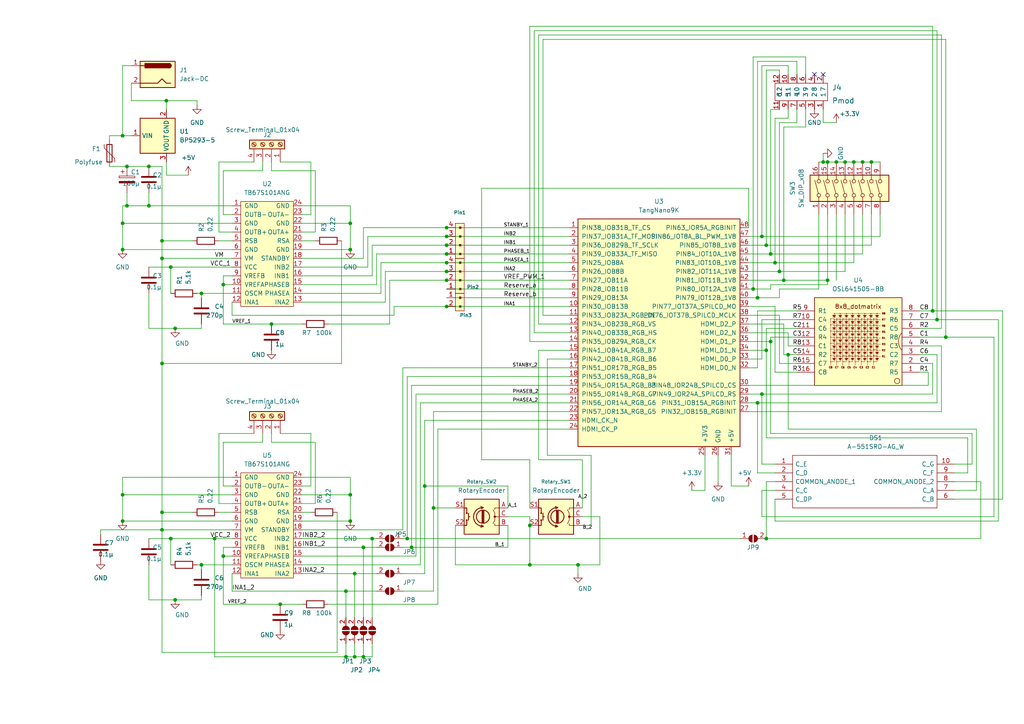
<source format=kicad_sch>
(kicad_sch (version 20211123) (generator eeschema)
  (paper "A4")
  (title_block (title "MoterDriverBoard for Tang Nano 9K"))
  (junction (at 105.41 158.75))
  (junction (at 118.11 156.21))
  (junction (at 35.56 151.13))
  (junction (at 242.57 46.99))
  (junction (at 220.98 68.58))
  (junction (at 129.54 76.2))
  (junction (at 58.42 85.09))
  (junction (at 35.56 72.39))
  (junction (at 101.6 151.13))
  (junction (at 62.23 156.21))
  (junction (at 129.54 68.58))
  (junction (at 252.73 46.99))
  (junction (at 101.6 64.77))
  (junction (at 50.8 173.99))
  (junction (at 226.06 78.74))
  (junction (at 36.83 48.26))
  (junction (at 43.18 59.69))
  (junction (at 222.25 101.6))
  (junction (at 102.87 166.37))
  (junction (at 223.52 99.06))
  (junction (at 46.99 69.85))
  (junction (at 271.78 92.71))
  (junction (at 224.79 76.2))
  (junction (at 43.18 48.26))
  (junction (at 240.03 81.28))
  (junction (at 153.67 163.83))
  (junction (at 220.98 114.3))
  (junction (at 129.54 66.04))
  (junction (at 223.52 73.66))
  (junction (at 58.42 163.83))
  (junction (at 46.99 148.59))
  (junction (at 227.33 81.28))
  (junction (at 222.25 156.21))
  (junction (at 238.76 46.99))
  (junction (at 219.71 86.36))
  (junction (at 123.19 140.97))
  (junction (at 129.54 78.74))
  (junction (at 64.77 161.29))
  (junction (at 35.56 64.77))
  (junction (at 119.38 158.75))
  (junction (at 105.41 190.5))
  (junction (at 102.87 190.5))
  (junction (at 46.99 105.41))
  (junction (at 100.33 190.5))
  (junction (at 129.54 81.28))
  (junction (at 125.73 147.32))
  (junction (at 153.67 152.4))
  (junction (at 240.03 46.99))
  (junction (at 100.33 171.45))
  (junction (at 46.99 74.93))
  (junction (at 101.6 143.51))
  (junction (at 222.25 71.12))
  (junction (at 49.53 156.21))
  (junction (at 81.28 175.26))
  (junction (at 129.54 73.66))
  (junction (at 35.56 39.37))
  (junction (at 107.95 156.21))
  (junction (at 129.54 71.12))
  (junction (at 167.64 163.83))
  (junction (at 101.6 72.39))
  (junction (at 50.8 95.25))
  (junction (at 78.74 93.98))
  (junction (at 245.11 46.99))
  (junction (at 46.99 153.67))
  (junction (at 48.26 29.21))
  (junction (at 36.83 59.69))
  (junction (at 228.6 102.87))
  (junction (at 219.71 116.84))
  (junction (at 274.32 97.79))
  (junction (at 35.56 143.51))
  (junction (at 49.53 77.47))
  (junction (at 129.54 88.9))
  (junction (at 64.77 82.55))
  (junction (at 218.44 83.82))
  (junction (at 250.19 46.99))
  (junction (at 247.65 46.99))
  (junction (at 270.51 90.17))
  (no_connect (at 236.22 21.59))
  (no_connect (at 238.76 21.59))
  (wire (pts (xy 64.77 80.01) (xy 67.31 80.01)))
  (wire (pts (xy 220.98 149.86) (xy 220.98 142.24)))
  (wire (pts (xy 223.52 83.82) (xy 223.52 82.55)))
  (wire (pts (xy 102.87 166.37) (xy 109.22 166.37)))
  (wire (pts (xy 269.24 111.76) (xy 269.24 107.95)))
  (wire (pts (xy 283.21 142.24) (xy 276.86 142.24)))
  (wire (pts (xy 91.44 146.05) (xy 87.63 146.05)))
  (wire (pts (xy 107.95 71.12) (xy 129.54 71.12)))
  (wire (pts (xy 204.47 132.08) (xy 204.47 142.24)))
  (wire (pts (xy 228.6 102.87) (xy 231.14 102.87)))
  (wire (pts (xy 217.17 96.52) (xy 228.6 96.52)))
  (wire (pts (xy 156.21 101.6) (xy 165.1 101.6)))
  (wire (pts (xy 217.17 114.3) (xy 220.98 114.3)))
  (wire (pts (xy 46.99 189.23) (xy 97.79 189.23)))
  (wire (pts (xy 46.99 69.85) (xy 55.88 69.85)))
  (wire (pts (xy 156.21 10.16) (xy 273.05 10.16)))
  (wire (pts (xy 78.74 49.53) (xy 91.44 49.53)))
  (wire (pts (xy 273.05 119.38) (xy 273.05 100.33)))
  (wire (pts (xy 35.56 39.37) (xy 31.75 39.37)))
  (wire (pts (xy 95.25 93.98) (xy 113.03 93.98)))
  (wire (pts (xy 87.63 161.29) (xy 120.65 161.29)))
  (wire (pts (xy 157.48 11.43) (xy 274.32 11.43)))
  (wire (pts (xy 102.87 190.5) (xy 105.41 190.5)))
  (wire (pts (xy 35.56 138.43) (xy 67.31 138.43)))
  (wire (pts (xy 226.06 83.82) (xy 237.49 83.82)))
  (wire (pts (xy 73.66 125.73) (xy 63.5 125.73)))
  (wire (pts (xy 129.54 88.9) (xy 165.1 88.9)))
  (wire (pts (xy 125.73 119.38) (xy 125.73 147.32)))
  (wire (pts (xy 49.53 77.47) (xy 67.31 77.47)))
  (wire (pts (xy 113.03 81.28) (xy 129.54 81.28)))
  (wire (pts (xy 153.67 149.86) (xy 153.67 152.4)))
  (wire (pts (xy 35.56 72.39) (xy 35.56 64.77)))
  (wire (pts (xy 266.7 97.79) (xy 274.32 97.79)))
  (wire (pts (xy 43.18 55.88) (xy 43.18 59.69)))
  (wire (pts (xy 63.5 46.99) (xy 63.5 67.31)))
  (wire (pts (xy 171.45 152.4) (xy 168.91 152.4)))
  (wire (pts (xy 233.68 36.83) (xy 233.68 31.75)))
  (wire (pts (xy 165.1 93.98) (xy 156.21 93.98)))
  (wire (pts (xy 62.23 156.21) (xy 67.31 156.21)))
  (wire (pts (xy 114.3 91.44) (xy 114.3 88.9)))
  (wire (pts (xy 168.91 133.35) (xy 156.21 133.35)))
  (wire (pts (xy 217.17 68.58) (xy 220.98 68.58)))
  (wire (pts (xy 31.75 39.37) (xy 31.75 40.64)))
  (wire (pts (xy 219.71 17.78) (xy 231.14 17.78)))
  (wire (pts (xy 217.17 54.61) (xy 139.7 54.61)))
  (wire (pts (xy 223.52 99.06) (xy 223.52 97.79)))
  (wire (pts (xy 220.98 114.3) (xy 220.98 134.62)))
  (wire (pts (xy 120.65 161.29) (xy 120.65 114.3)))
  (wire (pts (xy 105.41 190.5) (xy 105.41 186.69)))
  (wire (pts (xy 101.6 64.77) (xy 101.6 72.39)))
  (wire (pts (xy 168.91 149.86) (xy 173.99 149.86)))
  (wire (pts (xy 240.03 81.28) (xy 240.03 82.55)))
  (wire (pts (xy 290.83 144.78) (xy 276.86 144.78)))
  (wire (pts (xy 91.44 67.31) (xy 87.63 67.31)))
  (wire (pts (xy 226.06 105.41) (xy 231.14 105.41)))
  (wire (pts (xy 116.84 158.75) (xy 119.38 158.75)))
  (wire (pts (xy 217.17 71.12) (xy 222.25 71.12)))
  (wire (pts (xy 220.98 114.3) (xy 270.51 114.3)))
  (wire (pts (xy 29.21 153.67) (xy 46.99 153.67)))
  (wire (pts (xy 64.77 82.55) (xy 64.77 93.98)))
  (wire (pts (xy 38.1 19.05) (xy 35.56 19.05)))
  (wire (pts (xy 67.31 166.37) (xy 67.31 171.45)))
  (wire (pts (xy 231.14 35.56) (xy 231.14 31.75)))
  (wire (pts (xy 217.17 106.68) (xy 219.71 106.68)))
  (wire (pts (xy 157.48 11.43) (xy 157.48 91.44)))
  (wire (pts (xy 222.25 139.7) (xy 224.79 139.7)))
  (wire (pts (xy 212.09 140.97) (xy 217.17 140.97)))
  (wire (pts (xy 156.21 10.16) (xy 156.21 93.98)))
  (wire (pts (xy 35.56 19.05) (xy 35.56 39.37)))
  (wire (pts (xy 107.95 190.5) (xy 107.95 186.69)))
  (wire (pts (xy 220.98 104.14) (xy 220.98 92.71)))
  (wire (pts (xy 220.98 134.62) (xy 224.79 134.62)))
  (wire (pts (xy 242.57 46.99) (xy 245.11 46.99)))
  (wire (pts (xy 165.1 68.58) (xy 129.54 68.58)))
  (wire (pts (xy 46.99 69.85) (xy 46.99 74.93)))
  (wire (pts (xy 222.25 71.12) (xy 222.25 20.32)))
  (wire (pts (xy 223.52 31.75) (xy 226.06 31.75)))
  (wire (pts (xy 78.74 128.27) (xy 91.44 128.27)))
  (wire (pts (xy 116.84 106.68) (xy 116.84 153.67)))
  (wire (pts (xy 67.31 140.97) (xy 64.77 140.97)))
  (wire (pts (xy 87.63 69.85) (xy 91.44 69.85)))
  (wire (pts (xy 58.42 95.25) (xy 58.42 93.98)))
  (wire (pts (xy 218.44 83.82) (xy 223.52 83.82)))
  (wire (pts (xy 222.25 101.6) (xy 222.25 127)))
  (wire (pts (xy 208.28 132.08) (xy 208.28 139.7)))
  (wire (pts (xy 67.31 62.23) (xy 64.77 62.23)))
  (wire (pts (xy 87.63 80.01) (xy 107.95 80.01)))
  (wire (pts (xy 222.25 95.25) (xy 231.14 95.25)))
  (wire (pts (xy 165.1 116.84) (xy 121.92 116.84)))
  (wire (pts (xy 81.28 175.26) (xy 87.63 175.26)))
  (wire (pts (xy 64.77 62.23) (xy 64.77 49.53)))
  (wire (pts (xy 281.94 125.73) (xy 281.94 134.62)))
  (wire (pts (xy 46.99 74.93) (xy 46.99 105.41)))
  (wire (pts (xy 233.68 16.51) (xy 233.68 21.59)))
  (wire (pts (xy 154.94 8.89) (xy 271.78 8.89)))
  (wire (pts (xy 109.22 82.55) (xy 109.22 73.66)))
  (wire (pts (xy 217.17 91.44) (xy 226.06 91.44)))
  (wire (pts (xy 64.77 175.26) (xy 81.28 175.26)))
  (wire (pts (xy 125.73 147.32) (xy 125.73 171.45)))
  (wire (pts (xy 271.78 102.87) (xy 266.7 102.87)))
  (wire (pts (xy 271.78 92.71) (xy 289.56 92.71)))
  (wire (pts (xy 226.06 78.74) (xy 226.06 35.56)))
  (wire (pts (xy 228.6 124.46) (xy 283.21 124.46)))
  (wire (pts (xy 58.42 163.83) (xy 67.31 163.83)))
  (wire (pts (xy 274.32 97.79) (xy 274.32 11.43)))
  (wire (pts (xy 240.03 46.99) (xy 242.57 46.99)))
  (wire (pts (xy 95.25 175.26) (xy 127 175.26)))
  (wire (pts (xy 217.17 101.6) (xy 222.25 101.6)))
  (wire (pts (xy 43.18 48.26) (xy 46.99 48.26)))
  (wire (pts (xy 223.52 73.66) (xy 250.19 73.66)))
  (wire (pts (xy 247.65 76.2) (xy 247.65 62.23)))
  (wire (pts (xy 219.71 106.68) (xy 219.71 90.17)))
  (wire (pts (xy 46.99 105.41) (xy 99.06 105.41)))
  (wire (pts (xy 226.06 35.56) (xy 231.14 35.56)))
  (wire (pts (xy 227.33 81.28) (xy 240.03 81.28)))
  (wire (pts (xy 105.41 158.75) (xy 109.22 158.75)))
  (wire (pts (xy 109.22 73.66) (xy 129.54 73.66)))
  (wire (pts (xy 271.78 116.84) (xy 271.78 102.87)))
  (wire (pts (xy 46.99 69.85) (xy 46.99 48.26)))
  (wire (pts (xy 78.74 46.99) (xy 78.74 49.53)))
  (wire (pts (xy 36.83 59.69) (xy 35.56 59.69)))
  (wire (pts (xy 153.67 99.06) (xy 165.1 99.06)))
  (wire (pts (xy 38.1 29.21) (xy 48.26 29.21)))
  (wire (pts (xy 129.54 83.82) (xy 165.1 83.82)))
  (wire (pts (xy 127 124.46) (xy 165.1 124.46)))
  (wire (pts (xy 288.29 97.79) (xy 288.29 149.86)))
  (wire (pts (xy 220.98 68.58) (xy 255.27 68.58)))
  (wire (pts (xy 46.99 153.67) (xy 67.31 153.67)))
  (wire (pts (xy 49.53 163.83) (xy 49.53 156.21)))
  (wire (pts (xy 107.95 156.21) (xy 107.95 179.07)))
  (wire (pts (xy 129.54 76.2) (xy 165.1 76.2)))
  (wire (pts (xy 64.77 128.27) (xy 76.2 128.27)))
  (wire (pts (xy 247.65 46.99) (xy 250.19 46.99)))
  (wire (pts (xy 43.18 95.25) (xy 43.18 85.09)))
  (wire (pts (xy 156.21 133.35) (xy 156.21 101.6)))
  (wire (pts (xy 76.2 128.27) (xy 76.2 125.73)))
  (wire (pts (xy 35.56 151.13) (xy 67.31 151.13)))
  (wire (pts (xy 228.6 34.29) (xy 228.6 31.75)))
  (wire (pts (xy 76.2 49.53) (xy 76.2 46.99)))
  (wire (pts (xy 228.6 100.33) (xy 231.14 100.33)))
  (wire (pts (xy 271.78 92.71) (xy 266.7 92.71)))
  (wire (pts (xy 100.33 190.5) (xy 100.33 186.69)))
  (wire (pts (xy 31.75 48.26) (xy 36.83 48.26)))
  (wire (pts (xy 227.33 36.83) (xy 233.68 36.83)))
  (wire (pts (xy 63.5 67.31) (xy 67.31 67.31)))
  (wire (pts (xy 217.17 83.82) (xy 218.44 83.82)))
  (wire (pts (xy 217.17 104.14) (xy 220.98 104.14)))
  (wire (pts (xy 35.56 151.13) (xy 35.56 143.51)))
  (wire (pts (xy 217.17 78.74) (xy 226.06 78.74)))
  (wire (pts (xy 110.49 76.2) (xy 129.54 76.2)))
  (wire (pts (xy 219.71 90.17) (xy 231.14 90.17)))
  (wire (pts (xy 218.44 83.82) (xy 218.44 16.51)))
  (wire (pts (xy 64.77 161.29) (xy 67.31 161.29)))
  (wire (pts (xy 223.52 73.66) (xy 223.52 31.75)))
  (wire (pts (xy 35.56 39.37) (xy 38.1 39.37)))
  (wire (pts (xy 43.18 156.21) (xy 49.53 156.21)))
  (wire (pts (xy 101.6 143.51) (xy 101.6 151.13)))
  (wire (pts (xy 171.45 132.08) (xy 171.45 152.4)))
  (wire (pts (xy 43.18 59.69) (xy 36.83 59.69)))
  (wire (pts (xy 147.32 149.86) (xy 153.67 149.86)))
  (wire (pts (xy 46.99 189.23) (xy 46.99 153.67)))
  (wire (pts (xy 105.41 158.75) (xy 105.41 179.07)))
  (wire (pts (xy 223.52 125.73) (xy 281.94 125.73)))
  (wire (pts (xy 220.98 142.24) (xy 224.79 142.24)))
  (wire (pts (xy 132.08 152.4) (xy 132.08 163.83)))
  (wire (pts (xy 223.52 99.06) (xy 223.52 125.73)))
  (wire (pts (xy 87.63 74.93) (xy 105.41 74.93)))
  (wire (pts (xy 35.56 72.39) (xy 67.31 72.39)))
  (wire (pts (xy 64.77 158.75) (xy 67.31 158.75)))
  (wire (pts (xy 289.56 151.13) (xy 224.79 151.13)))
  (wire (pts (xy 212.09 132.08) (xy 212.09 140.97)))
  (wire (pts (xy 250.19 73.66) (xy 250.19 62.23)))
  (wire (pts (xy 119.38 111.76) (xy 119.38 158.75)))
  (wire (pts (xy 43.18 173.99) (xy 43.18 163.83)))
  (wire (pts (xy 91.44 128.27) (xy 91.44 146.05)))
  (wire (pts (xy 87.63 62.23) (xy 90.17 62.23)))
  (wire (pts (xy 219.71 116.84) (xy 271.78 116.84)))
  (wire (pts (xy 50.8 173.99) (xy 58.42 173.99)))
  (wire (pts (xy 64.77 161.29) (xy 64.77 158.75)))
  (wire (pts (xy 129.54 86.36) (xy 165.1 86.36)))
  (wire (pts (xy 102.87 190.5) (xy 102.87 186.69)))
  (wire (pts (xy 64.77 161.29) (xy 64.77 175.26)))
  (wire (pts (xy 46.99 74.93) (xy 67.31 74.93)))
  (wire (pts (xy 63.5 148.59) (xy 67.31 148.59)))
  (wire (pts (xy 111.76 78.74) (xy 129.54 78.74)))
  (wire (pts (xy 87.63 158.75) (xy 105.41 158.75)))
  (wire (pts (xy 288.29 149.86) (xy 220.98 149.86)))
  (wire (pts (xy 240.03 62.23) (xy 240.03 81.28)))
  (wire (pts (xy 123.19 121.92) (xy 165.1 121.92)))
  (wire (pts (xy 110.49 85.09) (xy 110.49 76.2)))
  (wire (pts (xy 220.98 19.05) (xy 228.6 19.05)))
  (wire (pts (xy 111.76 87.63) (xy 111.76 78.74)))
  (wire (pts (xy 217.17 76.2) (xy 224.79 76.2)))
  (wire (pts (xy 99.06 69.85) (xy 99.06 105.41)))
  (wire (pts (xy 222.25 156.21) (xy 222.25 139.7)))
  (wire (pts (xy 120.65 114.3) (xy 165.1 114.3)))
  (wire (pts (xy 58.42 85.09) (xy 67.31 85.09)))
  (wire (pts (xy 114.3 88.9) (xy 129.54 88.9)))
  (wire (pts (xy 57.15 163.83) (xy 58.42 163.83)))
  (wire (pts (xy 217.17 88.9) (xy 224.79 88.9)))
  (wire (pts (xy 165.1 66.04) (xy 129.54 66.04)))
  (wire (pts (xy 113.03 93.98) (xy 113.03 81.28)))
  (wire (pts (xy 223.52 82.55) (xy 240.03 82.55)))
  (wire (pts (xy 139.7 54.61) (xy 139.7 133.35)))
  (wire (pts (xy 87.63 156.21) (xy 107.95 156.21)))
  (wire (pts (xy 231.14 17.78) (xy 231.14 21.59)))
  (wire (pts (xy 217.17 116.84) (xy 219.71 116.84)))
  (wire (pts (xy 158.75 104.14) (xy 158.75 132.08)))
  (wire (pts (xy 290.83 90.17) (xy 290.83 144.78)))
  (wire (pts (xy 173.99 163.83) (xy 167.64 163.83)))
  (wire (pts (xy 78.74 93.98) (xy 87.63 93.98)))
  (wire (pts (xy 106.68 68.58) (xy 106.68 77.47)))
  (wire (pts (xy 46.99 148.59) (xy 55.88 148.59)))
  (wire (pts (xy 226.06 20.32) (xy 226.06 21.59)))
  (wire (pts (xy 116.84 156.21) (xy 118.11 156.21)))
  (wire (pts (xy 217.17 111.76) (xy 269.24 111.76)))
  (wire (pts (xy 87.63 151.13) (xy 101.6 151.13)))
  (wire (pts (xy 57.15 85.09) (xy 58.42 85.09)))
  (wire (pts (xy 270.51 114.3) (xy 270.51 105.41)))
  (wire (pts (xy 87.63 59.69) (xy 101.6 59.69)))
  (wire (pts (xy 147.32 158.75) (xy 147.32 152.4)))
  (wire (pts (xy 91.44 49.53) (xy 91.44 67.31)))
  (wire (pts (xy 119.38 111.76) (xy 165.1 111.76)))
  (wire (pts (xy 67.31 87.63) (xy 67.31 91.44)))
  (wire (pts (xy 100.33 171.45) (xy 109.22 171.45)))
  (wire (pts (xy 118.11 109.22) (xy 118.11 156.21)))
  (wire (pts (xy 123.19 121.92) (xy 123.19 140.97)))
  (wire (pts (xy 46.99 105.41) (xy 46.99 148.59)))
  (wire (pts (xy 125.73 119.38) (xy 165.1 119.38)))
  (wire (pts (xy 87.63 153.67) (xy 116.84 153.67)))
  (wire (pts (xy 238.76 46.99) (xy 238.76 44.45)))
  (wire (pts (xy 121.92 116.84) (xy 121.92 163.83)))
  (wire (pts (xy 62.23 190.5) (xy 100.33 190.5)))
  (wire (pts (xy 50.8 95.25) (xy 43.18 95.25)))
  (wire (pts (xy 62.23 156.21) (xy 62.23 190.5)))
  (wire (pts (xy 105.41 190.5) (xy 107.95 190.5)))
  (wire (pts (xy 90.17 140.97) (xy 90.17 125.73)))
  (wire (pts (xy 200.66 142.24) (xy 204.47 142.24)))
  (wire (pts (xy 280.67 137.16) (xy 276.86 137.16)))
  (wire (pts (xy 280.67 127) (xy 280.67 137.16)))
  (wire (pts (xy 97.79 148.59) (xy 97.79 189.23)))
  (wire (pts (xy 123.19 140.97) (xy 123.19 166.37)))
  (wire (pts (xy 238.76 31.75) (xy 238.76 35.56)))
  (wire (pts (xy 87.63 140.97) (xy 90.17 140.97)))
  (wire (pts (xy 218.44 16.51) (xy 233.68 16.51)))
  (wire (pts (xy 87.63 77.47) (xy 106.68 77.47)))
  (wire (pts (xy 78.74 125.73) (xy 78.74 128.27)))
  (wire (pts (xy 43.18 77.47) (xy 49.53 77.47)))
  (wire (pts (xy 222.25 156.21) (xy 284.48 156.21)))
  (wire (pts (xy 219.71 116.84) (xy 219.71 137.16)))
  (wire (pts (xy 217.17 119.38) (xy 273.05 119.38)))
  (wire (pts (xy 64.77 140.97) (xy 64.77 128.27)))
  (wire (pts (xy 49.53 85.09) (xy 49.53 77.47)))
  (wire (pts (xy 158.75 132.08) (xy 171.45 132.08)))
  (wire (pts (xy 58.42 86.36) (xy 58.42 85.09)))
  (wire (pts (xy 105.41 66.04) (xy 129.54 66.04)))
  (wire (pts (xy 228.6 19.05) (xy 228.6 21.59)))
  (wire (pts (xy 46.99 148.59) (xy 46.99 153.67)))
  (wire (pts (xy 87.63 87.63) (xy 111.76 87.63)))
  (wire (pts (xy 154.94 96.52) (xy 165.1 96.52)))
  (wire (pts (xy 217.17 93.98) (xy 227.33 93.98)))
  (wire (pts (xy 35.56 64.77) (xy 67.31 64.77)))
  (wire (pts (xy 217.17 81.28) (xy 227.33 81.28)))
  (wire (pts (xy 167.64 163.83) (xy 167.64 166.37)))
  (wire (pts (xy 100.33 171.45) (xy 100.33 179.07)))
  (wire (pts (xy 105.41 66.04) (xy 105.41 74.93)))
  (wire (pts (xy 228.6 102.87) (xy 228.6 124.46)))
  (wire (pts (xy 87.63 82.55) (xy 109.22 82.55)))
  (wire (pts (xy 237.49 62.23) (xy 237.49 83.82)))
  (wire (pts (xy 87.63 64.77) (xy 101.6 64.77)))
  (wire (pts (xy 219.71 86.36) (xy 226.06 86.36)))
  (wire (pts (xy 222.25 127) (xy 280.67 127)))
  (wire (pts (xy 129.54 81.28) (xy 165.1 81.28)))
  (wire (pts (xy 224.79 88.9) (xy 224.79 107.95)))
  (wire (pts (xy 50.8 173.99) (xy 43.18 173.99)))
  (wire (pts (xy 36.83 55.88) (xy 36.83 59.69)))
  (wire (pts (xy 227.33 81.28) (xy 227.33 36.83)))
  (wire (pts (xy 222.25 20.32) (xy 226.06 20.32)))
  (wire (pts (xy 281.94 134.62) (xy 276.86 134.62)))
  (wire (pts (xy 237.49 46.99) (xy 238.76 46.99)))
  (wire (pts (xy 217.17 86.36) (xy 219.71 86.36)))
  (wire (pts (xy 165.1 106.68) (xy 116.84 106.68)))
  (wire (pts (xy 217.17 99.06) (xy 223.52 99.06)))
  (wire (pts (xy 245.11 46.99) (xy 247.65 46.99)))
  (wire (pts (xy 48.26 46.99) (xy 48.26 50.8)))
  (wire (pts (xy 252.73 46.99) (xy 255.27 46.99)))
  (wire (pts (xy 106.68 68.58) (xy 129.54 68.58)))
  (wire (pts (xy 73.66 46.99) (xy 63.5 46.99)))
  (wire (pts (xy 123.19 140.97) (xy 147.32 140.97)))
  (wire (pts (xy 87.63 163.83) (xy 121.92 163.83)))
  (wire (pts (xy 240.03 46.99) (xy 238.76 46.99)))
  (wire (pts (xy 38.1 24.13) (xy 38.1 29.21)))
  (wire (pts (xy 270.51 7.62) (xy 270.51 90.17)))
  (wire (pts (xy 118.11 156.21) (xy 214.63 156.21)))
  (wire (pts (xy 173.99 149.86) (xy 173.99 163.83)))
  (wire (pts (xy 266.7 95.25) (xy 273.05 95.25)))
  (wire (pts (xy 222.25 101.6) (xy 222.25 95.25)))
  (wire (pts (xy 35.56 143.51) (xy 67.31 143.51)))
  (wire (pts (xy 220.98 68.58) (xy 220.98 19.05)))
  (wire (pts (xy 57.15 29.21) (xy 57.15 30.48)))
  (wire (pts (xy 224.79 76.2) (xy 224.79 34.29)))
  (wire (pts (xy 153.67 152.4) (xy 153.67 163.83)))
  (wire (pts (xy 228.6 96.52) (xy 228.6 100.33)))
  (wire (pts (xy 270.51 105.41) (xy 266.7 105.41)))
  (wire (pts (xy 127 175.26) (xy 127 124.46)))
  (wire (pts (xy 217.17 66.04) (xy 217.17 54.61)))
  (wire (pts (xy 64.77 93.98) (xy 78.74 93.98)))
  (wire (pts (xy 87.63 166.37) (xy 102.87 166.37)))
  (wire (pts (xy 224.79 34.29) (xy 228.6 34.29)))
  (wire (pts (xy 67.31 91.44) (xy 114.3 91.44)))
  (wire (pts (xy 29.21 154.94) (xy 29.21 153.67)))
  (wire (pts (xy 35.56 138.43) (xy 35.56 143.51)))
  (wire (pts (xy 271.78 8.89) (xy 271.78 92.71)))
  (wire (pts (xy 238.76 35.56) (xy 242.57 35.56)))
  (wire (pts (xy 58.42 173.99) (xy 58.42 172.72)))
  (wire (pts (xy 116.84 171.45) (xy 125.73 171.45)))
  (wire (pts (xy 87.63 72.39) (xy 101.6 72.39)))
  (wire (pts (xy 270.51 90.17) (xy 290.83 90.17)))
  (wire (pts (xy 81.28 125.73) (xy 90.17 125.73)))
  (wire (pts (xy 153.67 7.62) (xy 270.51 7.62)))
  (wire (pts (xy 226.06 91.44) (xy 226.06 105.41)))
  (wire (pts (xy 227.33 93.98) (xy 227.33 102.87)))
  (wire (pts (xy 107.95 80.01) (xy 107.95 71.12)))
  (wire (pts (xy 266.7 100.33) (xy 273.05 100.33)))
  (wire (pts (xy 224.79 76.2) (xy 247.65 76.2)))
  (wire (pts (xy 255.27 68.58) (xy 255.27 62.23)))
  (wire (pts (xy 222.25 71.12) (xy 252.73 71.12)))
  (wire (pts (xy 153.67 99.06) (xy 153.67 7.62)))
  (wire (pts (xy 50.8 95.25) (xy 58.42 95.25)))
  (wire (pts (xy 118.11 109.22) (xy 165.1 109.22)))
  (wire (pts (xy 224.79 107.95) (xy 231.14 107.95)))
  (wire (pts (xy 284.48 156.21) (xy 284.48 139.7)))
  (wire (pts (xy 81.28 46.99) (xy 90.17 46.99)))
  (wire (pts (xy 153.67 133.35) (xy 153.67 147.32)))
  (wire (pts (xy 165.1 91.44) (xy 157.48 91.44)))
  (wire (pts (xy 101.6 138.43) (xy 101.6 143.51)))
  (wire (pts (xy 273.05 95.25) (xy 273.05 10.16)))
  (wire (pts (xy 116.84 166.37) (xy 123.19 166.37)))
  (wire (pts (xy 219.71 137.16) (xy 224.79 137.16)))
  (wire (pts (xy 125.73 147.32) (xy 132.08 147.32)))
  (wire (pts (xy 36.83 48.26) (xy 43.18 48.26)))
  (wire (pts (xy 54.61 50.8) (xy 48.26 50.8)))
  (wire (pts (xy 147.32 140.97) (xy 147.32 147.32)))
  (wire (pts (xy 64.77 82.55) (xy 67.31 82.55)))
  (wire (pts (xy 48.26 29.21) (xy 57.15 29.21)))
  (wire (pts (xy 226.06 86.36) (xy 226.06 83.82)))
  (wire (pts (xy 64.77 82.55) (xy 64.77 80.01)))
  (wire (pts (xy 132.08 163.83) (xy 153.67 163.83)))
  (wire (pts (xy 48.26 31.75) (xy 48.26 29.21)))
  (wire (pts (xy 101.6 59.69) (xy 101.6 64.77)))
  (wire (pts (xy 269.24 107.95) (xy 266.7 107.95)))
  (wire (pts (xy 35.56 59.69) (xy 35.56 64.77)))
  (wire (pts (xy 67.31 171.45) (xy 100.33 171.45)))
  (wire (pts (xy 270.51 90.17) (xy 266.7 90.17)))
  (wire (pts (xy 87.63 138.43) (xy 101.6 138.43)))
  (wire (pts (xy 49.53 156.21) (xy 62.23 156.21)))
  (wire (pts (xy 63.5 146.05) (xy 67.31 146.05)))
  (wire (pts (xy 165.1 104.14) (xy 158.75 104.14)))
  (wire (pts (xy 245.11 78.74) (xy 245.11 62.23)))
  (wire (pts (xy 63.5 125.73) (xy 63.5 146.05)))
  (wire (pts (xy 223.52 97.79) (xy 231.14 97.79)))
  (wire (pts (xy 165.1 73.66) (xy 129.54 73.66)))
  (wire (pts (xy 63.5 69.85) (xy 67.31 69.85)))
  (wire (pts (xy 139.7 133.35) (xy 153.67 133.35)))
  (wire (pts (xy 226.06 78.74) (xy 245.11 78.74)))
  (wire (pts (xy 87.63 143.51) (xy 101.6 143.51)))
  (wire (pts (xy 90.17 62.23) (xy 90.17 46.99)))
  (wire (pts (xy 102.87 166.37) (xy 102.87 179.07)))
  (wire (pts (xy 274.32 97.79) (xy 288.29 97.79)))
  (wire (pts (xy 129.54 71.12) (xy 165.1 71.12)))
  (wire (pts (xy 154.94 96.52) (xy 154.94 8.89)))
  (wire (pts (xy 153.67 163.83) (xy 167.64 163.83)))
  (wire (pts (xy 100.33 190.5) (xy 102.87 190.5)))
  (wire (pts (xy 67.31 59.69) (xy 43.18 59.69)))
  (wire (pts (xy 168.91 133.35) (xy 168.91 147.32)))
  (wire (pts (xy 250.19 46.99) (xy 252.73 46.99)))
  (wire (pts (xy 289.56 92.71) (xy 289.56 151.13)))
  (wire (pts (xy 87.63 148.59) (xy 90.17 148.59)))
  (wire (pts (xy 87.63 85.09) (xy 110.49 85.09)))
  (wire (pts (xy 58.42 165.1) (xy 58.42 163.83)))
  (wire (pts (xy 252.73 71.12) (xy 252.73 62.23)))
  (wire (pts (xy 64.77 49.53) (xy 76.2 49.53)))
  (wire (pts (xy 119.38 158.75) (xy 147.32 158.75)))
  (wire (pts (xy 217.17 73.66) (xy 223.52 73.66)))
  (wire (pts (xy 219.71 86.36) (xy 219.71 17.78)))
  (wire (pts (xy 224.79 151.13) (xy 224.79 144.78)))
  (wire (pts (xy 129.54 78.74) (xy 165.1 78.74)))
  (wire (pts (xy 283.21 124.46) (xy 283.21 142.24)))
  (wire (pts (xy 227.33 102.87) (xy 228.6 102.87)))
  (wire (pts (xy 284.48 139.7) (xy 276.86 139.7)))
  (wire (pts (xy 107.95 156.21) (xy 109.22 156.21)))
  (wire (pts (xy 242.57 62.23) (xy 242.57 81.28)))
  (wire (pts (xy 220.98 92.71) (xy 231.14 92.71)))
  (label "VREF_2" (at 66.04 175.26 0) (effects (font (size 1 1))))
  (label "STANBY_1" (at 146.05 66.04 0) (effects (font (size 1 1))))
  (label "INA1" (at 146.05 88.9 0) (effects (font (size 1 1))))
  (label "R4" (at 266.7 100.33 0))
  (label "INB1_2" (at 87.63 158.75 0))
  (label "Reserve_b" (at 146.05 86.36 0))
  (label "INA1_2" (at 67.31 171.45 0))
  (label "A_2" (at 167.64 144.78 0) (effects (font (size 1 1))))
  (label "C6" (at 266.7 102.87 0))
  (label "C3" (at 229.87 97.79 0))
  (label "PHASEB_2" (at 148.59 114.3 0) (effects (font (size 1 1))))
  (label "C5" (at 229.87 102.87 0))
  (label "R1" (at 266.7 107.95 0))
  (label "R2" (at 266.7 95.25 0))
  (label "INA2_2" (at 87.63 166.37 0))
  (label "PHASEA_2" (at 148.59 116.84 0) (effects (font (size 1 1))))
  (label "C8" (at 266.7 90.17 0))
  (label "R8" (at 229.87 100.33 0))
  (label "B_1" (at 143.51 158.75 0) (effects (font (size 1 1))))
  (label "VM" (at 62.23 74.93 0))
  (label "VREF_PWM_1" (at 146.05 81.28 0))
  (label "VCC_2" (at 60.96 156.21 0))
  (label "PHASEA_1" (at 146.05 76.2 0) (effects (font (size 1 1))))
  (label "STANBY_2" (at 148.59 106.68 0) (effects (font (size 1 1))))
  (label "INB1" (at 146.05 71.12 0) (effects (font (size 1 1))))
  (label "INB2_2" (at 87.63 156.21 0))
  (label "C2" (at 229.87 95.25 0))
  (label "R3" (at 229.87 107.95 0))
  (label "R7" (at 229.87 92.71 0))
  (label "VCC_1" (at 60.96 77.47 0))
  (label "C4" (at 266.7 105.41 0))
  (label "Reserve_a" (at 146.05 83.82 0))
  (label "C1" (at 266.7 97.79 0))
  (label "R6" (at 229.87 105.41 0))
  (label "PHASEB_1" (at 146.05 73.66 0) (effects (font (size 1 1))))
  (label "B_2" (at 168.91 153.67 0) (effects (font (size 1 1))))
  (label "VREF_1" (at 67.31 93.98 0) (effects (font (size 1 1))))
  (label "INA2" (at 146.05 78.74 0) (effects (font (size 1 1))))
  (label "INB2" (at 146.05 68.58 0) (effects (font (size 1 1))))
  (label "C7" (at 266.7 92.71 0))
  (label "A_1" (at 147.32 147.32 0) (effects (font (size 1 1))))
  (label "R5" (at 229.87 90.17 0))
  (symbol (lib_id "Device:R") (at 53.34 85.09 90) (unit 1)
    (property "Reference" "R1" (at 52.0699 82.55 0) (effects (justify left)))
    (property "Value" "5.1k" (at 54.6099 82.55 0) (effects (justify left)))
    (property "Footprint" "Resistor_THT:R_Axial_DIN0207_L6.3mm_D2.5mm_P7.62mm_Horizontal" (effects hide))
  )
  (symbol (lib_id "power:+3.3V") (at 242.57 35.56 0) (unit 1)
    (property "Reference" "#PWR0109" (effects hide))
    (property "Value" "+3.3V" (at 246.38 33.02 0))
  )
  (symbol (lib_id "Device:C") (at 43.18 81.28 0) (unit 1)
    (property "Reference" "C3" (at 46.99 80.0099 0) (effects (justify right)))
    (property "Value" "0.1μ" (at 46.99 82.5499 0) (effects (justify right top)))
    (property "Footprint" "Capacitor_THT:C_Disc_D5.0mm_W2.5mm_P2.50mm" (effects hide))
  )
  (symbol (lib_id "power:BP5293-5") (at 48.26 39.37 0) (unit 1)
    (property "Reference" "U1" (at 52.07 38.0999 0) (effects (justify left)))
    (property "Value" "BP5293-5" (at 52.07 40.6399 0) (effects (justify left)))
    (property "Footprint" "Connector_PinHeader_2.54mm:PinHeader_1x03_P2.54mm_Vertical" (effects hide))
  )
  (symbol (lib_id "Switch:SW_DIP_x08") (at 247.65 54.61 90) (unit 1)
    (property "Reference" "SW3" (at 229.87 54.61 0))
    (property "Value" "SW_DIP_x08" (at 232.41 54.61 0))
    (property "Footprint" "Button_Switch_THT:SW_DIP_SPSTx08_Slide_9.78x22.5mm_W7.62mm_P2.54mm" (effects hide))
  )
  (symbol (lib_id "Jumper:SolderJumper_2_Open") (at 113.03 166.37 180) (unit 1)
    (property "Reference" "JP7" (at 116.84 168.91 0) (effects (justify right)))
    (property "Value" "SolderJumper_2_Open" (effects hide))
    (property "Footprint" "Jumper:SolderJumper-2_P1.3mm_Open_TrianglePad1.0x1.5mm" (effects hide))
  )
  (symbol (lib_id "Device:R") (at 59.69 148.59 90) (unit 1)
    (property "Reference" "R5" (at 58.4199 146.05 0) (effects (justify left)))
    (property "Value" "0.22" (at 60.9599 146.05 0) (effects (justify left)))
    (property "Footprint" "Resistor_THT:R_Axial_DIN0516_L15.5mm_D5.0mm_P20.32mm_Horizontal" (effects hide))
  )
  (symbol (lib_id "Jumper:SolderJumper_2_Open") (at 113.03 158.75 180) (unit 1)
    (property "Reference" "JP6" (at 116.84 160.02 0) (effects (justify right)))
    (property "Value" "SolderJumper_2_Open" (effects hide))
    (property "Footprint" "Jumper:SolderJumper-2_P1.3mm_Open_TrianglePad1.0x1.5mm" (effects hide))
  )
  (symbol (lib_id "power:+5V") (at 217.17 140.97 0) (unit 1)
    (property "Reference" "#PWR05" (effects hide))
    (property "Value" "+5V" (at 215.9 137.16 0))
  )
  (symbol (lib_id "power:GND") (at 35.56 151.13 0) (unit 1)
    (property "Reference" "#PWR01" (effects hide))
    (property "Value" "GND" (at 35.56 156.21 0))
  )
  (symbol (lib_id "455-1706-nd:455-1706-ND") (at 132.08 83.82 90) (unit 1)
    (property "Reference" "Pin2" (at 137.16 83.82 90) (effects (font (size 1 1)) (justify top)))
    (property "Value" "Reserve" (effects hide))
    (property "Footprint" "Connector_PinHeader_2.54mm:PinHeader_1x04_P2.54mm_Vertical" (effects hide))
  )
  (symbol (lib_id "Device:C") (at 78.74 97.79 0) (unit 1)
    (property "Reference" "C8" (at 82.55 96.5199 0) (effects (justify right)))
    (property "Value" "1μ" (at 82.55 99.0599 0) (effects (justify right top)))
    (property "Footprint" "Capacitor_THT:C_Disc_D5.0mm_W2.5mm_P2.50mm" (effects hide))
  )
  (symbol (lib_id "dk_Rectangular-Connectors-Headers-Male-Pins:pmod") (at 233.68 26.67 270) (unit 1)
    (property "Reference" "J4" (at 241.3 25.4 90) (effects (font (size 1.524 1.524)) (justify left)))
    (property "Value" "Pmod" (at 241.3 29.21 90) (effects (font (size 1.524 1.524)) (justify left)))
    (property "Footprint" "Connector_PinSocket_2.54mm:PinSocket_2x06_P2.54mm_Horizontal" (effects hide))
    (property "Datasheet" "https://cdn.amphenol-icc.com/media/wysiwyg/files/drawing/67996.pdf" (effects hide))
    (property "Digi-Key_PN" "609-3219-ND" (effects hide))
    (property "MPN" "67996-412HLF" (effects hide))
    (property "Category" "Connectors, Interconnects" (effects hide))
    (property "Family" "Rectangular Connectors - Headers, Male Pins" (effects hide))
    (property "DK_Datasheet_Link" "https://cdn.amphenol-icc.com/media/wysiwyg/files/drawing/67996.pdf" (effects hide))
    (property "DK_Detail_Page" "/product-detail/en/amphenol-icc-fci/67996-412HLF/609-3219-ND/1878508" (effects hide))
    (property "Description" "CONN HEADER VERT 12POS 2.54MM" (effects hide))
    (property "Manufacturer" "Amphenol ICC (FCI)" (effects hide))
    (property "Status" "Active" (effects hide))
  )
  (symbol (lib_id "Device:C_Polarized") (at 36.83 52.07 0) (unit 1)
    (property "Reference" "C1" (at 40.64 49.9109 0) (effects (justify right)))
    (property "Value" "100μ" (at 40.64 52.4509 0) (effects (justify right top)))
    (property "Footprint" "Capacitor_THT:CP_Radial_D8.0mm_P2.50mm" (effects hide))
  )
  (symbol (lib_id "455-1639-nd:455-1639-ND") (at 132.08 86.36 90) (mirror x) (unit 1)
    (property "Reference" "Pin3" (at 133.35 91.44 90) (effects (font (size 1 1)) (justify right)))
    (property "Value" "Reserve" (effects hide))
    (property "Footprint" "Connector_PinHeader_2.54mm:PinHeader_1x02_P2.54mm_Vertical" (effects hide))
  )
  (symbol (lib_id "Device:RotaryEncoder_Switch") (at 161.29 149.86 0) (mirror y) (unit 1)
    (property "Reference" "Rotary_SW1" (at 161.29 139.7 0) (effects (font (size 1 1))))
    (property "Value" "RotaryEncoder" (at 161.29 142.24 0))
    (property "Footprint" "Rotary_Encoder:RotaryEncoder_Alps_EC11E-Switch_Vertical_H20mm" (effects hide))
  )
  (symbol (lib_id "Jumper:SolderJumper_2_Open") (at 113.03 171.45 180) (unit 1)
    (property "Reference" "JP8" (at 116.84 173.99 0) (effects (justify right)))
    (property "Value" "SolderJumper_2_Open" (effects hide))
    (property "Footprint" "Jumper:SolderJumper-2_P1.3mm_Open_TrianglePad1.0x1.5mm" (effects hide))
  )
  (symbol (lib_id "455-1706-nd:455-1706-ND") (at 132.08 73.66 90) (unit 1)
    (property "Reference" "Pin1" (at 133.35 62.23 90) (effects (font (size 1 1)) (justify top)))
    (property "Value" "Reserve" (effects hide))
    (property "Footprint" "Connector_PinHeader_2.54mm:PinHeader_1x04_P2.54mm_Vertical" (effects hide))
  )
  (symbol (lib_id "power:GND") (at 101.6 151.13 0) (unit 1)
    (property "Reference" "#PWR03" (effects hide))
    (property "Value" "GND" (at 101.6 156.21 0))
  )
  (symbol (lib_id "power:GND") (at 238.76 44.45 90) (unit 1)
    (property "Reference" "#PWR04" (effects hide))
    (property "Value" "GND" (at 243.84 44.45 0))
  )
  (symbol (lib_id "power:+3.3V") (at 200.66 142.24 0) (unit 1)
    (property "Reference" "#PWR0110" (effects hide))
    (property "Value" "+3.3V" (at 200.66 137.16 0))
  )
  (symbol (lib_id "Device:Polyfuse") (at 31.75 44.45 0) (unit 1)
    (property "Reference" "F1" (at 26.67 43.18 0) (effects (justify left)))
    (property "Value" "Polyfuse" (at 21.59 46.99 0) (effects (justify left)))
    (property "Footprint" "Fuse:Fuse_Bourns_MF-RHT300" (effects hide))
  )
  (symbol (lib_id "Driver_Motor:TB67S101ANG") (at 77.47 73.66 0) (unit 1)
    (property "Reference" "U2" (at 77.47 53.34 0))
    (property "Value" "TB67S101ANG" (at 77.47 55.88 0))
    (property "Footprint" "Motors:TB67S101ANG" (effects hide))
    (property "Datasheet" "https://toshiba.semicon-storage.com/info/TB67S101AFTG_datasheet_ja_20130902.pdf?did=14355&prodName=TB67S101AFTG" (effects hide))
    (property "Category" "Motor Driver IC" (effects hide))
    (property "Manufacturer" "TOSHIBA" (effects hide))
    (property "Status" "Active" (effects hide))
  )
  (symbol (lib_id "Jumper:SolderJumper_2_Open") (at 113.03 156.21 180) (unit 1)
    (property "Reference" "JP5" (at 114.3 154.94 0) (effects (justify right)))
    (property "Value" "SolderJumper_2_Open" (effects hide))
    (property "Footprint" "Jumper:SolderJumper-2_P1.3mm_Open_TrianglePad1.0x1.5mm" (effects hide))
  )
  (symbol (lib_id "Device:R") (at 91.44 175.26 90) (unit 1)
    (property "Reference" "R8" (at 88.9 177.8 90))
    (property "Value" "100k" (at 93.98 177.8 90))
    (property "Footprint" "Resistor_THT:R_Axial_DIN0207_L6.3mm_D2.5mm_P7.62mm_Horizontal" (effects hide))
  )
  (symbol (lib_id "Device:C") (at 58.42 90.17 0) (unit 1)
    (property "Reference" "C4" (at 62.23 88.8999 0) (effects (justify left)))
    (property "Value" "270p" (at 62.23 91.4399 0))
    (property "Footprint" "Capacitor_THT:C_Disc_D3.8mm_W2.6mm_P2.50mm" (effects hide))
  )
  (symbol (lib_id "LED_1088as:OSL641505-BB") (at 248.92 99.06 180) (unit 1)
    (property "Reference" "U4" (at 248.92 81.28 0))
    (property "Value" "OSL641505-BB" (at 248.92 83.82 0))
    (property "Footprint" "LED_THT:OSL641501-ARA" (effects hide))
    (property "Maker" "OptoSupply" (effects hide))
  )
  (symbol (lib_id "Device:R") (at 93.98 148.59 90) (unit 1)
    (property "Reference" "R6" (at 92.7099 146.05 0) (effects (justify left)))
    (property "Value" "0.22" (at 95.2499 146.05 0) (effects (justify left)))
    (property "Footprint" "Resistor_THT:R_Axial_DIN0516_L15.5mm_D5.0mm_P20.32mm_Horizontal" (effects hide))
  )
  (symbol (lib_id "samacsys:A-551SRD-AG_W") (at 224.79 134.62 0) (unit 1)
    (property "Reference" "DS1" (at 254 127 0))
    (property "Value" "A-551SRD-AG_W" (at 254 129.54 0))
    (property "Footprint" "samactech:DIPS1524W51P254L1270H825Q10N" (effects hide))
    (property "Datasheet" "https://4donline.ihs.com/images/VipMasterIC/IC/PALE/PALES00663/PALES00663-1.pdf?hkey=EF798316E3902B6ED9A73243A3159BB0" (effects hide))
    (property "Description" "0.56 inch single digit display" (effects hide))
    (property "Height" "8.25" (effects hide))
    (property "Manufacturer_Name" "Paralight" (effects hide))
    (property "Manufacturer_Part_Number" "A-551SRD-AG/W" (effects hide))
  )
  (symbol (lib_id "power:GND") (at 78.74 101.6 0) (unit 1)
    (property "Reference" "#PWR0112" (effects hide))
    (property "Value" "GND" (at 74.93 102.87 0))
  )
  (symbol (lib_id "Jumper:SolderJumper_2_Open") (at 100.33 182.88 90) (unit 1)
    (property "Reference" "JP1" (at 99.06 191.77 90) (effects (justify right)))
    (property "Value" "SolderJumper_2_Open" (effects hide))
    (property "Footprint" "Jumper:SolderJumper-2_P1.3mm_Open_TrianglePad1.0x1.5mm" (effects hide))
  )
  (symbol (lib_id "power:GND") (at 29.21 162.56 0) (unit 1)
    (property "Reference" "#PWR0111" (effects hide))
    (property "Value" "GND" (at 29.21 167.64 0))
  )
  (symbol (lib_id "power:GND") (at 167.64 166.37 0) (unit 1)
    (property "Reference" "#PWR0108" (effects hide))
    (property "Value" "GND" (at 167.64 171.45 0) (effects (justify left bottom)))
  )
  (symbol (lib_id "Device:C") (at 81.28 179.07 0) (unit 1)
    (property "Reference" "C9" (at 85.09 177.7999 0) (effects (justify right)))
    (property "Value" "1μ" (at 85.09 180.3399 0) (effects (justify right top)))
    (property "Footprint" "Capacitor_THT:C_Disc_D5.0mm_W2.5mm_P2.50mm" (effects hide))
  )
  (symbol (lib_id "Connector:Screw_Terminal_01x04") (at 78.74 41.91 270) (mirror x) (unit 1)
    (property "Reference" "J2" (at 78.7401 38.37 90) (effects (justify right bottom)))
    (property "Value" "Screw_Terminal_01x04" (at 76.2001 38.37 90) (effects (justify top)))
    (property "Footprint" "TerminalBlock:TerminalBlock_bornier-4_P5.08mm" (effects hide))
  )
  (symbol (lib_id "Device:C") (at 43.18 160.02 0) (unit 1)
    (property "Reference" "C5" (at 46.99 158.7499 0) (effects (justify right)))
    (property "Value" "0.1μ" (at 46.99 161.2899 0) (effects (justify right top)))
    (property "Footprint" "Capacitor_THT:C_Disc_D5.0mm_W2.5mm_P2.50mm" (effects hide))
  )
  (symbol (lib_id "power:GND") (at 57.15 30.48 0) (unit 1)
    (property "Reference" "#PWR0102" (effects hide))
    (property "Value" "GND" (at 57.15 35.56 0))
  )
  (symbol (lib_id "power:GND") (at 208.28 139.7 0) (unit 1)
    (property "Reference" "#PWR0107" (effects hide))
    (property "Value" "GND" (at 208.28 144.78 0))
  )
  (symbol (lib_id "power:GND") (at 236.22 31.75 0) (unit 1)
    (property "Reference" "#PWR0106" (effects hide))
    (property "Value" "GND" (at 236.22 35.56 0))
  )
  (symbol (lib_id "power:GND") (at 35.56 72.39 0) (unit 1)
    (property "Reference" "#PWR0104" (effects hide))
    (property "Value" "GND" (at 35.56 77.47 0))
  )
  (symbol (lib_id "Device:C") (at 29.21 158.75 0) (unit 1)
    (property "Reference" "C7" (at 33.02 157.4799 0) (effects (justify right)))
    (property "Value" "0.1μ" (at 33.02 160.0199 0) (effects (justify right top)))
    (property "Footprint" "Capacitor_THT:C_Disc_D5.0mm_W2.5mm_P2.50mm" (effects hide))
  )
  (symbol (lib_id "Jumper:SolderJumper_2_Open") (at 102.87 182.88 90) (unit 1)
    (property "Reference" "JP2" (at 101.6 194.31 90) (effects (justify right)))
    (property "Value" "SolderJumper_2_Open" (effects hide))
    (property "Footprint" "Jumper:SolderJumper-2_P1.3mm_Open_TrianglePad1.0x1.5mm" (effects hide))
  )
  (symbol (lib_id "Device:R") (at 53.34 163.83 90) (unit 1)
    (property "Reference" "R4" (at 52.0699 161.29 0) (effects (justify left)))
    (property "Value" "5.1k" (at 54.6099 161.29 0) (effects (justify left)))
    (property "Footprint" "Resistor_THT:R_Axial_DIN0207_L6.3mm_D2.5mm_P7.62mm_Horizontal" (effects hide))
  )
  (symbol (lib_id "power:GND") (at 50.8 173.99 0) (unit 1)
    (property "Reference" "#PWR02" (effects hide))
    (property "Value" "GND" (at 50.8 179.07 0) (effects (justify left bottom)))
  )
  (symbol (lib_id "MCU_Module:TangNano9K") (at 199.39 96.52 0) (unit 1)
    (property "Reference" "U3" (at 191.135 58.42 0))
    (property "Value" "TangNano9K" (at 191.135 60.96 0))
    (property "Footprint" "Package_DIP:Tang_Nano_9K" (effects hide))
    (property "Maker" "Sipeed" (effects hide))
  )
  (symbol (lib_id "Driver_Motor:TB67S101ANG") (at 77.47 152.4 0) (unit 1)
    (property "Reference" "U5" (at 77.47 132.08 0))
    (property "Value" "TB67S101ANG" (at 77.47 134.62 0))
    (property "Footprint" "Motors:TB67S101ANG" (effects hide))
    (property "Datasheet" "https://toshiba.semicon-storage.com/info/TB67S101AFTG_datasheet_ja_20130902.pdf?did=14355&prodName=TB67S101AFTG" (effects hide))
    (property "Category" "Motor Driver IC" (effects hide))
    (property "Manufacturer" "TOSHIBA" (effects hide))
    (property "Status" "Active" (effects hide))
  )
  (symbol (lib_id "power:GND") (at 101.6 72.39 0) (unit 1)
    (property "Reference" "#PWR0103" (effects hide))
    (property "Value" "GND" (at 101.6 77.47 0))
  )
  (symbol (lib_id "Jumper:SolderJumper_2_Open") (at 107.95 182.88 90) (unit 1)
    (property "Reference" "JP4" (at 106.68 194.31 90) (effects (justify right)))
    (property "Value" "SolderJumper_2_Open" (effects hide))
    (property "Footprint" "Jumper:SolderJumper-2_P1.3mm_Open_TrianglePad1.0x1.5mm" (effects hide))
  )
  (symbol (lib_id "Jumper:SolderJumper_2_Open") (at 218.44 156.21 0) (unit 1)
    (property "Reference" "JP9" (at 218.44 158.75 0))
    (property "Value" "SolderJumper_2_Open" (effects hide))
    (property "Footprint" "Jumper:SolderJumper-2_P1.3mm_Open_TrianglePad1.0x1.5mm" (effects hide))
  )
  (symbol (lib_id "Connector:Jack-DC") (at 45.72 21.59 0) (mirror y) (unit 1)
    (property "Reference" "J1" (at 52.07 20.3199 0) (effects (justify right)))
    (property "Value" "Jack-DC" (at 52.07 22.8599 0) (effects (justify right)))
    (property "Footprint" "Connector_BarrelJack:BarrelJack_Horizontal" (effects hide))
  )
  (symbol (lib_id "power:+5V") (at 54.61 50.8 0) (unit 1)
    (property "Reference" "#PWR0101" (effects hide))
    (property "Value" "+5V" (at 54.61 45.72 0))
  )
  (symbol (lib_id "Connector:Screw_Terminal_01x04") (at 78.74 120.65 270) (mirror x) (unit 1)
    (property "Reference" "J3" (at 78.7401 117.11 90) (effects (justify right bottom)))
    (property "Value" "Screw_Terminal_01x04" (at 76.2001 117.11 90) (effects (justify top)))
    (property "Footprint" "TerminalBlock:TerminalBlock_bornier-4_P5.08mm" (effects hide))
  )
  (symbol (lib_id "Jumper:SolderJumper_2_Open") (at 105.41 182.88 90) (unit 1)
    (property "Reference" "JP3" (at 104.14 191.77 90) (effects (justify right)))
    (property "Value" "SolderJumper_2_Open" (effects hide))
    (property "Footprint" "Jumper:SolderJumper-2_P1.3mm_Open_TrianglePad1.0x1.5mm" (effects hide))
  )
  (symbol (lib_id "Device:R") (at 91.44 93.98 90) (unit 1)
    (property "Reference" "R7" (at 88.9 96.52 90))
    (property "Value" "100k" (at 93.98 96.52 90))
    (property "Footprint" "Resistor_THT:R_Axial_DIN0207_L6.3mm_D2.5mm_P7.62mm_Horizontal" (effects hide))
  )
  (symbol (lib_id "Device:RotaryEncoder_Switch") (at 139.7 149.86 0) (mirror y) (unit 1)
    (property "Reference" "Rotary_SW2" (at 139.7 139.7 0) (effects (font (size 1 1))))
    (property "Value" "RotaryEncoder" (at 139.7 142.24 0))
    (property "Footprint" "Rotary_Encoder:RotaryEncoder_Alps_EC11E-Switch_Vertical_H20mm" (effects hide))
  )
  (symbol (lib_id "Device:R") (at 59.69 69.85 90) (unit 1)
    (property "Reference" "R2" (at 58.4199 67.31 0) (effects (justify left)))
    (property "Value" "0.22" (at 60.9599 67.31 0) (effects (justify left)))
    (property "Footprint" "Resistor_THT:R_Axial_DIN0516_L15.5mm_D5.0mm_P20.32mm_Horizontal" (effects hide))
  )
  (symbol (lib_id "Device:C") (at 58.42 168.91 0) (unit 1)
    (property "Reference" "C6" (at 62.23 167.6399 0) (effects (justify left)))
    (property "Value" "270p" (at 62.23 170.1799 0))
    (property "Footprint" "Capacitor_THT:C_Disc_D3.8mm_W2.6mm_P2.50mm" (effects hide))
  )
  (symbol (lib_id "power:GND") (at 50.8 95.25 0) (unit 1)
    (property "Reference" "#PWR0105" (effects hide))
    (property "Value" "GND" (at 50.8 100.33 0) (effects (justify left bottom)))
  )
  (symbol (lib_id "power:GND") (at 81.28 182.88 0) (unit 1)
    (property "Reference" "#PWR0113" (effects hide))
    (property "Value" "GND" (at 77.47 184.15 0))
  )
  (symbol (lib_id "Device:C") (at 43.18 52.07 0) (unit 1)
    (property "Reference" "C2" (at 46.99 50.7999 0) (effects (justify right)))
    (property "Value" "0.1μ" (at 46.99 53.3399 0) (effects (justify right top)))
    (property "Footprint" "Capacitor_THT:C_Disc_D5.0mm_W2.5mm_P2.50mm" (effects hide))
  )
  (symbol (lib_id "Device:R") (at 95.25 69.85 90) (unit 1)
    (property "Reference" "R3" (at 93.9799 67.31 0) (effects (justify left)))
    (property "Value" "0.22" (at 96.5199 67.31 0) (effects (justify left)))
    (property "Footprint" "Resistor_THT:R_Axial_DIN0516_L15.5mm_D5.0mm_P20.32mm_Horizontal" (effects hide))
  )
)
</source>
